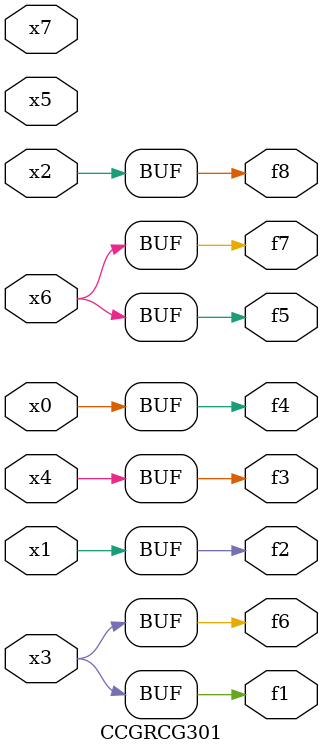
<source format=v>
module CCGRCG301(
	input x0, x1, x2, x3, x4, x5, x6, x7,
	output f1, f2, f3, f4, f5, f6, f7, f8
);
	assign f1 = x3;
	assign f2 = x1;
	assign f3 = x4;
	assign f4 = x0;
	assign f5 = x6;
	assign f6 = x3;
	assign f7 = x6;
	assign f8 = x2;
endmodule

</source>
